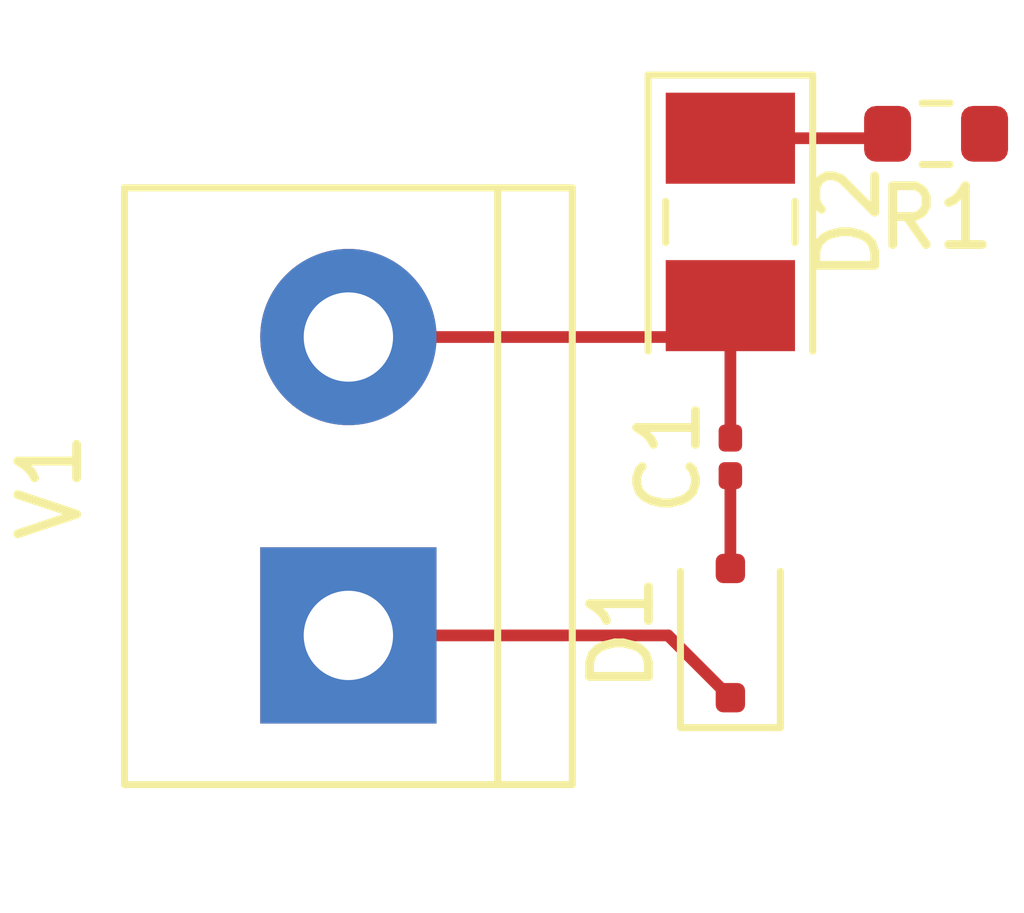
<source format=kicad_pcb>
(kicad_pcb (version 20240108) (generator "pcbnew") (generator_version "8.0")
  (layers (0 "F.Cu" signal) (31 "B.Cu" signal) (34 "B.Paste" user) (35 "F.Paste" user) (36 "B.SilkS" user "B.Silkscreen") (37 "F.SilkS" user "F.Silkscreen") (38 "B.Mask" user) (39 "F.Mask" user) (44 "Edge.Cuts" user))
  (net 0 "")
  (net 1 "Net-(D1-A)")
  (net 2 "Net-(D2-K)")
  (net 3 "Net-(D1-K)")
  (net 4 "Net-(D2-A)")
  (net 5 "Net-(C1-Pad3)")
  (footprint "LED_SMD:LED_PLCC-2_3x2mm_AK" (layer "F.Cu") (at 138 99 -90)
    (property "Reference" "D2" (at 0 -2 90) (layer "F.SilkS"))
    (property "Value" "LED")
    (fp_line (start -2.5 1.4) (end 2.2 1.4) (stroke (width 0.12)) (layer "F.SilkS"))
    (fp_line (start 0.35 1.1) (end -0.35 1.1) (stroke (width 0.12)) (layer "F.SilkS"))
    (fp_line (start 0.35 -1.1) (end -0.35 -1.1) (stroke (width 0.12)) (layer "F.SilkS"))
    (fp_line (start -2.5 -1.4) (end -2.5 1.4) (stroke (width 0.12)) (layer "F.SilkS"))
    (fp_line (start 2.2 -1.4) (end -2.5 -1.4) (stroke (width 0.12)) (layer "F.SilkS"))
    (pad "1" smd rect (at 1.425 0 270) (size 1.55 2.2) (layers "F.Cu" "F.Paste" "F.Mask") (net 2 "Net-(D2-K)"))
    (pad "2" smd rect (at -1.425 0 270) (size 1.55 2.2) (layers "F.Cu" "F.Paste" "F.Mask") (net 4 "Net-(D2-A)"))
  )
  (footprint "Diode_SMD:D_SOD-323F" (layer "F.Cu") (at 138 106 90)
    (property "Reference" "D1" (at 0 -1.85 90) (layer "F.SilkS"))
    (property "Value" "PMEG6002EJ")
    (fp_line (start -1.61 -0.85) (end 1.05 -0.85) (stroke (width 0.12)) (layer "F.SilkS"))
    (fp_line (start -1.61 -0.85) (end -1.61 0.85) (stroke (width 0.12)) (layer "F.SilkS"))
    (fp_line (start -1.61 0.85) (end 1.05 0.85) (stroke (width 0.12)) (layer "F.SilkS"))
    (pad "1" smd roundrect (at -1.1 0 90) (size 0.5 0.5) (layers "F.Cu" "F.Paste" "F.Mask") (net 3 "Net-(D1-K)"))
    (pad "2" smd roundrect (at 1.1 0 90) (size 0.5 0.5) (layers "F.Cu" "F.Paste" "F.Mask") (net 1 "Net-(D1-A)"))
  )
  (footprint "Resistor_SMD:R_0603_1608Metric" (layer "F.Cu") (at 141.5 97.5 180)
    (property "Reference" "R1" (at 0 -1.43 360) (layer "F.SilkS"))
    (property "Value" "R")
    (fp_line (start -0.237258 0.5225) (end 0.237258 0.5225) (stroke (width 0.12)) (layer "F.SilkS"))
    (fp_line (start -0.237258 -0.5225) (end 0.237258 -0.5225) (stroke (width 0.12)) (layer "F.SilkS"))
    (pad "1" smd roundrect (at -0.825 0 180) (size 0.8 0.95) (layers "F.Cu" "F.Paste" "F.Mask") (net 5 "Net-(C1-Pad3)"))
    (pad "2" smd roundrect (at 0.825 0 180) (size 0.8 0.95) (layers "F.Cu" "F.Paste" "F.Mask") (net 4 "Net-(D2-A)"))
  )
  (footprint "TerminalBlock:TerminalBlock_bornier-2_P5.08mm" (layer "F.Cu") (at 131.5 106.04 90)
    (property "Reference" "V1" (at 2.54 -5.08 90) (layer "F.SilkS"))
    (property "Value" "1")
    (fp_line (start 7.62 -3.81) (end -2.54 -3.81) (stroke (width 0.12)) (layer "F.SilkS"))
    (fp_line (start -2.54 -3.81) (end -2.54 3.81) (stroke (width 0.12)) (layer "F.SilkS"))
    (fp_line (start 7.62 2.54) (end -2.54 2.54) (stroke (width 0.12)) (layer "F.SilkS"))
    (fp_line (start 7.62 3.81) (end 7.62 -3.81) (stroke (width 0.12)) (layer "F.SilkS"))
    (fp_line (start -2.54 3.81) (end 7.62 3.81) (stroke (width 0.12)) (layer "F.SilkS"))
    (pad "1" thru_hole rect (at 0 0 90) (size 3 3) (drill 1.52) (layers "*.Cu" "*.Mask") (net 3 "Net-(D1-K)"))
    (pad "2" thru_hole circle (at 5.08 0 90) (size 3 3) (drill 1.52) (layers "*.Cu" "*.Mask") (net 2 "Net-(D2-K)"))
  )
  (footprint "Capacitor_SMD:C_0201_0603Metric" (layer "F.Cu") (at 138 103 90)
    (property "Reference" "C1" (at 0 -1.05 90) (layer "F.SilkS"))
    (property "Value" "C_Feedthrough")
    (pad "1" smd roundrect (at -0.32 0 90) (size 0.46 0.4) (layers "F.Cu" "F.Mask") (net 1 "Net-(D1-A)"))
    (pad "2" smd roundrect (at 0.32 0 90) (size 0.46 0.4) (layers "F.Cu" "F.Mask") (net 2 "Net-(D2-K)"))
  )
  (segment (start 138 104.9) (end 138 103.32) (width 0.2) (layer "F.Cu") (net 1))
  (segment (start 138 102.68) (end 138 100.425) (width 0.2) (layer "F.Cu") (net 2))
  (segment (start 131.5 100.96) (end 137.465 100.96) (width 0.2) (layer "F.Cu") (net 2))
  (segment (start 137.465 100.96) (end 138 100.425) (width 0.2) (layer "F.Cu") (net 2))
  (segment (start 131.5 106.04) (end 136.94 106.04) (width 0.2) (layer "F.Cu") (net 3))
  (segment (start 136.94 106.04) (end 138 107.1) (width 0.2) (layer "F.Cu") (net 3))
  (segment (start 140.6 97.575) (end 140.675 97.5) (width 0.2) (layer "F.Cu") (net 4))
  (segment (start 138 97.575) (end 140.6 97.575) (width 0.2) (layer "F.Cu") (net 4))
)
</source>
